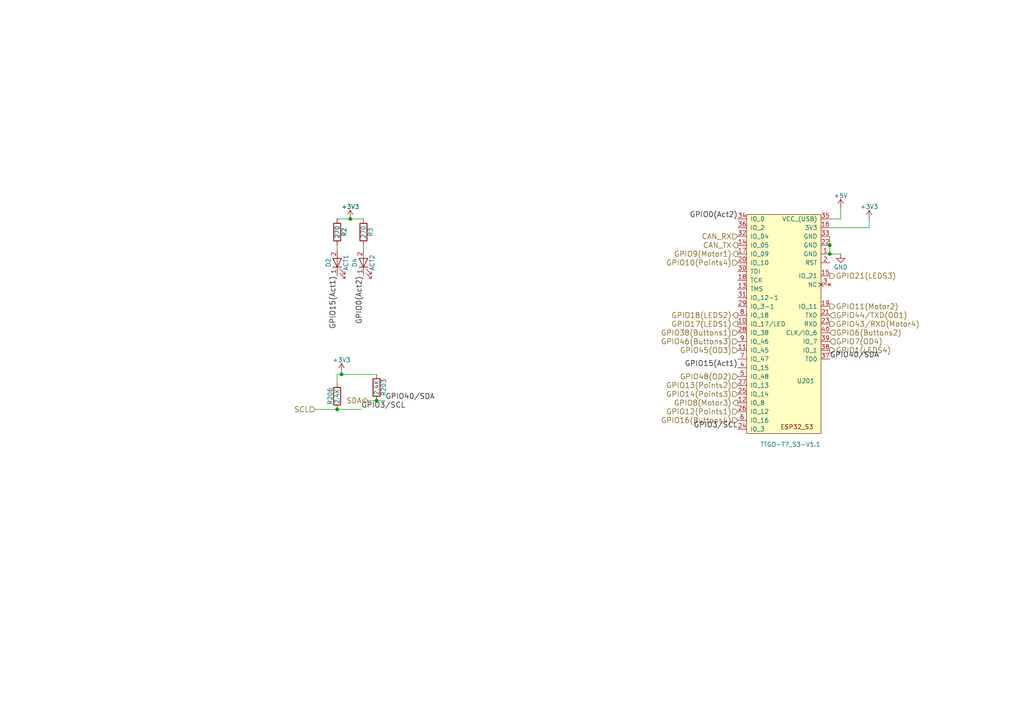
<source format=kicad_sch>
(kicad_sch (version 20211123) (generator eeschema)
  (paper "A4")
  (title_block (title "ESP32 S3 Multifunction Board Universal Turnout") (rev "1.0") (company "Deepwoods Software"))
  (lib_symbols
    (symbol "ESP32-T7S3-MultiFunctionUniversalTurnout-rescue:+3.3V" (power) (pin_names (offset 0))
      (property "Value" "+3.3V" (at 0 3.556 0))
      (symbol "+3.3V_0_1"
        (polyline (pts (xy -0.762 1.27) (xy 0 2.54)))
        (polyline (pts (xy 0 0) (xy 0 2.54)))
        (polyline (pts (xy 0 2.54) (xy 0.762 1.27)))
      )
      (symbol "+3.3V_1_1"
        (pin power_in line (at 0 0 90) (length 0) hide (name "+3V3") (number "1"))
      )
    )
    (symbol "ESP32-T7S3-MultiFunctionUniversalTurnout-rescue:+3V3" (power) (pin_names (offset 0))
      (property "Value" "+3V3" (at 0 3.556 0))
      (symbol "+3V3_0_1"
        (polyline (pts (xy -0.762 1.27) (xy 0 2.54)))
        (polyline (pts (xy 0 0) (xy 0 2.54)))
        (polyline (pts (xy 0 2.54) (xy 0.762 1.27)))
      )
      (symbol "+3V3_1_1"
        (pin power_in line (at 0 0 90) (length 0) hide (name "+3V3") (number "1"))
      )
    )
    (symbol "ESP32-T7S3-MultiFunctionUniversalTurnout-rescue:+5V" (power) (pin_names (offset 0))
      (property "Value" "+5V" (at 0 3.556 0))
      (symbol "+5V_0_1"
        (polyline (pts (xy -0.762 1.27) (xy 0 2.54)))
        (polyline (pts (xy 0 0) (xy 0 2.54)))
        (polyline (pts (xy 0 2.54) (xy 0.762 1.27)))
      )
      (symbol "+5V_1_1"
        (pin power_in line (at 0 0 90) (length 0) hide (name "+5V") (number "1"))
      )
    )
    (symbol "ESP32-T7S3-MultiFunctionUniversalTurnout-rescue:GND" (power) (pin_names (offset 0))
      (property "Value" "GND" (at 0 -3.81 0))
      (symbol "GND_0_1"
        (polyline (pts (xy 0 0) (xy 0 -1.27) (xy 1.27 -1.27) (xy 0 -2.54) (xy -1.27 -1.27) (xy 0 -1.27)))
      )
      (symbol "GND_1_1"
        (pin power_in line (at 0 0 270) (length 0) hide (name "GND") (number "1"))
      )
    )
    (symbol "ESP32-T7S3-MultiFunctionUniversalTurnout-rescue:LED" (pin_names (offset 1.016) hide)
      (property "Reference" "D" (at 0 2.54 0))
      (property "Value" "LED" (at 0 -2.54 0))
      (symbol "LED_0_1"
        (polyline (pts (xy -1.27 -1.27) (xy -1.27 1.27)) (stroke (width 0.2032)))
        (polyline (pts (xy -1.27 0) (xy 1.27 0)))
        (polyline (pts (xy 1.27 -1.27) (xy 1.27 1.27) (xy -1.27 0) (xy 1.27 -1.27)) (stroke (width 0.2032)))
        (polyline (pts (xy -3.048 -0.762) (xy -4.572 -2.286) (xy -3.81 -2.286) (xy -4.572 -2.286) (xy -4.572 -1.524)))
        (polyline (pts (xy -1.778 -0.762) (xy -3.302 -2.286) (xy -2.54 -2.286) (xy -3.302 -2.286) (xy -3.302 -1.524)))
      )
      (symbol "LED_1_1"
        (pin passive line (at -3.81 0 0) (length 2.54) (name "K") (number "1"))
        (pin passive line (at 3.81 0 180) (length 2.54) (name "A") (number "2"))
      )
    )
    (symbol "ESP32-T7S3-MultiFunctionUniversalTurnout-rescue:R" (pin_numbers hide) (pin_names (offset 0))
      (property "Reference" "R" (at 2.032 0 90))
      (property "Value" "R" (at 0 0 90))
      (symbol "R_0_1"
        (rectangle (start -1.016 -2.54) (end 1.016 2.54) (stroke (width 0.254)))
      )
      (symbol "R_1_1"
        (pin passive line (at 0 3.81 270) (length 1.27) (name "~") (number "1"))
        (pin passive line (at 0 -3.81 90) (length 1.27) (name "~") (number "2"))
      )
    )
    (symbol "ESP32-T7S3-MultiFunctionUniversalTurnout-rescue:TTGO-T7_S3-V1.1" (pin_names (offset 1.016))
      (property "Reference" "U" (at 6.985 -49.53 0))
      (property "Value" "TTGO-T7_S3-V1.1" (at 2.54 -67.945 0))
      (symbol "TTGO-T7_S3-V1.1_0_0"
        (text "ESP32_S3" (at 4.445 -62.865 0) (effects (font (size 1.27 1.27))))
        (pin power_in line (at 13.97 -12.7 180) (length 2.54) (name "GND") (number "1"))
        (pin input line (at 13.97 -15.24 180) (length 2.54) (name "RST") (number "2"))
        (pin no_connect non_logic (at 13.97 -21.59 180) (length 2.54) (name "NC") (number "3"))
        (pin bidirectional line (at -12.7 -45.72 0) (length 2.54) (name "IO_15") (number "4"))
        (pin bidirectional line (at -12.7 -48.26 0) (length 2.54) (name "IO_48") (number "5"))
      )
      (symbol "TTGO-T7_S3-V1.1_0_1"
        (rectangle (start -10.16 -1.27) (end 11.43 -64.77) (fill (type background)))
      )
      (symbol "TTGO-T7_S3-V1.1_1_1"
        (pin bidirectional line (at -12.7 -33.02 0) (length 2.54) (name "IO_17/LED") (number "10"))
        (pin bidirectional line (at -12.7 -40.64 0) (length 2.54) (name "IO_45") (number "11"))
        (pin bidirectional line (at -12.7 -55.88 0) (length 2.54) (name "IO_8") (number "12"))
        (pin bidirectional line (at -12.7 -22.86 0) (length 2.54) (name "TMS") (number "13"))
        (pin bidirectional line (at -12.7 -10.16 0) (length 2.54) (name "IO_05") (number "14"))
        (pin bidirectional line (at 13.97 -19.05 180) (length 2.54) (name "IO_21") (number "15"))
        (pin power_in line (at 13.97 -5.08 180) (length 2.54) (name "3V3") (number "16"))
        (pin bidirectional line (at -12.7 -12.7 0) (length 2.54) (name "IO_09") (number "17"))
        (pin bidirectional line (at -12.7 -20.32 0) (length 2.54) (name "TCK") (number "18"))
        (pin passive line (at 13.97 -27.94 180) (length 2.54) (name "IO_11") (number "19"))
        (pin bidirectional line (at -12.7 -15.24 0) (length 2.54) (name "IO_10") (number "20"))
        (pin passive line (at 13.97 -30.48 180) (length 2.54) (name "TXD") (number "21"))
        (pin power_in line (at 13.97 -10.16 180) (length 2.54) (name "GND") (number "22"))
        (pin passive line (at 13.97 -33.02 180) (length 2.54) (name "RXD") (number "23"))
        (pin bidirectional line (at -12.7 -63.5 0) (length 2.54) (name "IO_3") (number "24"))
        (pin bidirectional line (at -12.7 -53.34 0) (length 2.54) (name "IO_14") (number "25"))
        (pin bidirectional line (at -12.7 -58.42 0) (length 2.54) (name "IO_12") (number "26"))
        (pin bidirectional line (at -12.7 -50.8 0) (length 2.54) (name "IO_13") (number "27"))
        (pin bidirectional line (at -12.7 -35.56 0) (length 2.54) (name "IO_38") (number "28"))
        (pin bidirectional line (at -12.7 -27.94 0) (length 2.54) (name "IO_3-1") (number "29"))
        (pin bidirectional line (at -12.7 -17.78 0) (length 2.54) (name "TDI") (number "30"))
        (pin bidirectional line (at -12.7 -25.4 0) (length 2.54) (name "IO_12-1") (number "31"))
        (pin bidirectional line (at -12.7 -7.62 0) (length 2.54) (name "IO_04") (number "32"))
        (pin power_in line (at 13.97 -7.62 180) (length 2.54) (name "GND") (number "33"))
        (pin bidirectional line (at -12.7 -2.54 0) (length 2.54) (name "IO_0") (number "34"))
        (pin power_in line (at 13.97 -2.54 180) (length 2.54) (name "VCC_(USB)") (number "35"))
        (pin bidirectional line (at -12.7 -5.08 0) (length 2.54) (name "IO_2") (number "36"))
        (pin passive line (at 13.97 -43.18 180) (length 2.54) (name "TD0") (number "37"))
        (pin passive line (at 13.97 -40.64 180) (length 2.54) (name "IO_1") (number "38"))
        (pin passive line (at 13.97 -38.1 180) (length 2.54) (name "IO_7") (number "39"))
        (pin passive line (at 13.97 -35.56 180) (length 2.54) (name "CLK/IO_6") (number "40"))
        (pin bidirectional line (at -12.7 -60.96 0) (length 2.54) (name "IO_16") (number "6"))
        (pin bidirectional line (at -12.7 -43.18 0) (length 2.54) (name "IO_47") (number "7"))
        (pin bidirectional line (at -12.7 -30.48 0) (length 2.54) (name "IO_18") (number "8"))
        (pin bidirectional line (at -12.7 -38.1 0) (length 2.54) (name "IO_46") (number "9"))
      )
    )
  )
  (junction (at 109.22 116.205))
  (junction (at 101.6 63.5))
  (junction (at 97.79 118.745))
  (junction (at 99.06 108.585))
  (junction (at 240.665 73.66))
  (junction (at 240.665 71.12))
  (wire (pts (xy 106.68 116.205) (xy 109.22 116.205)))
  (wire (pts (xy 243.84 63.5) (xy 240.665 63.5)))
  (wire (pts (xy 240.665 71.12) (xy 240.665 73.66)))
  (wire (pts (xy 101.6 63.5) (xy 105.41 63.5)))
  (wire (pts (xy 97.79 63.5) (xy 101.6 63.5)))
  (wire (pts (xy 97.79 118.745) (xy 104.775 118.745)))
  (wire (pts (xy 243.84 60.325) (xy 243.84 63.5)))
  (wire (pts (xy 105.41 71.12) (xy 105.41 72.39)))
  (wire (pts (xy 252.095 66.04) (xy 252.095 63.5)))
  (wire (pts (xy 97.79 71.12) (xy 97.79 72.39)))
  (wire (pts (xy 91.44 118.745) (xy 97.79 118.745)))
  (wire (pts (xy 109.22 116.205) (xy 111.76 116.205)))
  (wire (pts (xy 97.79 108.585) (xy 99.06 108.585)))
  (wire (pts (xy 240.665 66.04) (xy 252.095 66.04)))
  (wire (pts (xy 240.665 68.58) (xy 240.665 71.12)))
  (wire (pts (xy 99.06 108.585) (xy 109.22 108.585)))
  (wire (pts (xy 97.79 111.125) (xy 97.79 108.585)))
  (wire (pts (xy 99.06 107.95) (xy 99.06 108.585)))
  (wire (pts (xy 240.665 73.66) (xy 243.84 73.66)))
  (label "GPIO0(Act2)" (at 213.995 63.5 180) (effects (font (size 1.524 1.524))))
  (label "GPIO3/SCL" (at 213.995 124.46 180) (effects (font (size 1.524 1.524))))
  (label "GPIO40{slash}SDA" (at 240.665 104.14 0) (effects (font (size 1.524 1.524))))
  (label "GPIO3/SCL" (at 104.775 118.745 0) (effects (font (size 1.524 1.524))))
  (label "GPIO15(Act1)" (at 213.995 106.68 180) (effects (font (size 1.524 1.524))))
  (label "GPIO40{slash}SDA" (at 111.76 116.205 0) (effects (font (size 1.524 1.524))))
  (label "GPIO0(Act2)" (at 105.41 80.01 270) (effects (font (size 1.524 1.524))))
  (label "GPIO15(Act1)" (at 97.79 80.01 270) (effects (font (size 1.524 1.524))))
  (hierarchical_label "GPIO10(Points4)" (shape input) (at 213.995 76.2 180) (effects (font (size 1.524 1.524))))
  (hierarchical_label "GPIO14(Points3)" (shape input) (at 213.995 114.3 180) (effects (font (size 1.524 1.524))))
  (hierarchical_label "CAN_TX" (shape output) (at 213.995 71.12 180) (effects (font (size 1.524 1.524))))
  (hierarchical_label "GPIO7(OD4)" (shape input) (at 240.665 99.06 0) (effects (font (size 1.524 1.524))))
  (hierarchical_label "GPIO43/RXD(Motor4)" (shape output) (at 240.665 93.98 0) (effects (font (size 1.524 1.524))))
  (hierarchical_label "GPIO44/TXD(OD1)" (shape input) (at 240.665 91.44 0) (effects (font (size 1.524 1.524))))
  (hierarchical_label "GPIO8(Motor3)" (shape output) (at 213.995 116.84 180) (effects (font (size 1.524 1.524))))
  (hierarchical_label "GPIO48(OD2)" (shape input) (at 213.995 109.22 180) (effects (font (size 1.524 1.524))))
  (hierarchical_label "GPIO11(Motor2)" (shape output) (at 240.665 88.9 0) (effects (font (size 1.524 1.524))))
  (hierarchical_label "GPIO46(Buttons3)" (shape input) (at 213.995 99.06 180) (effects (font (size 1.524 1.524))))
  (hierarchical_label "GPIO1(LEDS4)" (shape output) (at 240.665 101.6 0) (effects (font (size 1.524 1.524))))
  (hierarchical_label "GPIO6(Buttons2)" (shape input) (at 240.665 96.52 0) (effects (font (size 1.524 1.524))))
  (hierarchical_label "GPIO38(Buttons1)" (shape input) (at 213.995 96.52 180) (effects (font (size 1.524 1.524))))
  (hierarchical_label "SCL" (shape input) (at 91.44 118.745 180) (effects (font (size 1.524 1.524))))
  (hierarchical_label "GPIO45(OD3)" (shape input) (at 213.995 101.6 180) (effects (font (size 1.524 1.524))))
  (hierarchical_label "GPIO9(Motor1)" (shape output) (at 213.995 73.66 180) (effects (font (size 1.524 1.524))))
  (hierarchical_label "SDA" (shape bidirectional) (at 106.68 116.205 180) (effects (font (size 1.524 1.524))))
  (hierarchical_label "GPIO13(Points2)" (shape input) (at 213.995 111.76 180) (effects (font (size 1.524 1.524))))
  (hierarchical_label "GPIO16(Buttons4)" (shape input) (at 213.995 121.92 180) (effects (font (size 1.524 1.524))))
  (hierarchical_label "GPIO21(LEDS3)" (shape output) (at 240.665 80.01 0) (effects (font (size 1.524 1.524))))
  (hierarchical_label "GPIO12(Points1)" (shape input) (at 213.995 119.38 180) (effects (font (size 1.524 1.524))))
  (hierarchical_label "GPIO18(LEDS2)" (shape output) (at 213.995 91.44 180) (effects (font (size 1.524 1.524))))
  (hierarchical_label "GPIO17(LEDS1)" (shape output) (at 213.995 93.98 180) (effects (font (size 1.524 1.524))))
  (hierarchical_label "CAN_RX" (shape input) (at 213.995 68.58 180) (effects (font (size 1.524 1.524))))
  (symbol (lib_id "ESP32-T7S3-MultiFunctionUniversalTurnout-rescue:+3.3V") (at 101.6 63.5 0) (unit 1)
    (property "Reference" "#PWR04" (effects hide))
    (property "Value" "+3.3V" (at 101.6 59.944 0))
  )
  (symbol (lib_id "ESP32-T7S3-MultiFunctionUniversalTurnout-rescue:R") (at 109.22 112.395 0) (unit 1)
    (property "Reference" "R203" (at 111.252 112.395 90))
    (property "Value" "2.4K" (at 109.22 112.395 90))
    (property "Footprint" "Resistors_SMD:R_0402" (effects hide))
    (property "Mouser Part Number" "603-RC0402FR-072K4L" (effects hide))
  )
  (symbol (lib_id "ESP32-T7S3-MultiFunctionUniversalTurnout-rescue:R") (at 97.79 114.935 180) (unit 1)
    (property "Reference" "R206" (at 95.758 114.935 90))
    (property "Value" "2.4K" (at 97.79 114.935 90))
    (property "Footprint" "Resistors_SMD:R_0402" (effects hide))
    (property "Mouser Part Number" "603-RC0402FR-072K4L" (effects hide))
  )
  (symbol (lib_id "ESP32-T7S3-MultiFunctionUniversalTurnout-rescue:LED") (at 97.79 76.2 90) (unit 1)
    (property "Reference" "D2" (at 95.25 76.2 0))
    (property "Value" "ACT1" (at 100.33 76.2 0))
    (property "Footprint" "LEDs:LED_0402" (effects hide))
    (property "Mouser Part Number" "710-150040GS73220" (effects hide))
  )
  (symbol (lib_id "ESP32-T7S3-MultiFunctionUniversalTurnout-rescue:R") (at 97.79 67.31 0) (unit 1)
    (property "Reference" "R2" (at 99.822 67.31 90))
    (property "Value" "270" (at 97.79 67.31 90))
    (property "Footprint" "Resistors_SMD:R_0402" (effects hide))
    (property "Mouser Part Number" "754-RR0510P-271D" (effects hide))
  )
  (symbol (lib_id "ESP32-T7S3-MultiFunctionUniversalTurnout-rescue:R") (at 105.41 67.31 0) (unit 1)
    (property "Reference" "R3" (at 107.442 67.31 90))
    (property "Value" "270" (at 105.41 67.31 90))
    (property "Footprint" "Resistors_SMD:R_0402" (effects hide))
    (property "Mouser Part Number" "754-RR0510P-271D" (effects hide))
  )
  (symbol (lib_id "ESP32-T7S3-MultiFunctionUniversalTurnout-rescue:LED") (at 105.41 76.2 90) (unit 1)
    (property "Reference" "D4" (at 102.87 76.2 0))
    (property "Value" "ACT2" (at 107.95 76.2 0))
    (property "Footprint" "LEDs:LED_0402" (effects hide))
    (property "Mouser Part Number" "710-150040SS73220" (effects hide))
  )
  (symbol (lib_id "ESP32-T7S3-MultiFunctionUniversalTurnout-rescue:+3.3V") (at 99.06 107.95 0) (unit 1)
    (property "Reference" "#PWR05" (effects hide))
    (property "Value" "+3.3V" (at 99.06 104.394 0))
  )
  (symbol (lib_id "ESP32-T7S3-MultiFunctionUniversalTurnout-rescue:TTGO-T7_S3-V1.1") (at 226.695 60.96 0) (unit 1)
    (property "Reference" "U201" (at 233.68 110.49 0))
    (property "Value" "TTGO-T7_S3-V1.1" (at 229.235 128.905 0))
    (property "Footprint" "ESP32_mini:ESP32_mini" (effects hide))
  )
  (symbol (lib_id "ESP32-T7S3-MultiFunctionUniversalTurnout-rescue:+5V") (at 243.84 60.325 0) (unit 1)
    (property "Reference" "#PWR06" (effects hide))
    (property "Value" "+5V" (at 243.84 56.769 0))
  )
  (symbol (lib_id "ESP32-T7S3-MultiFunctionUniversalTurnout-rescue:+3V3") (at 252.095 63.5 0) (unit 1)
    (property "Reference" "#PWR07" (effects hide))
    (property "Value" "+3V3" (at 252.095 59.944 0))
  )
  (symbol (lib_id "ESP32-T7S3-MultiFunctionUniversalTurnout-rescue:GND") (at 243.84 73.66 0) (unit 1)
    (property "Reference" "#PWR08" (effects hide))
    (property "Value" "GND" (at 243.84 77.47 0))
  )
)
</source>
